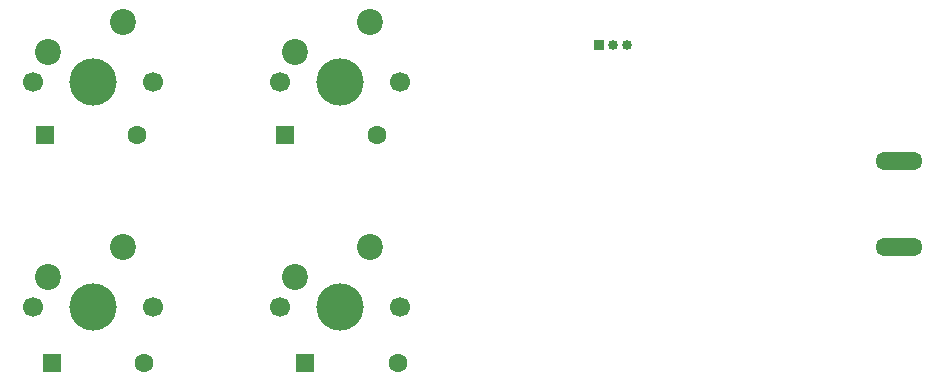
<source format=gbr>
%TF.GenerationSoftware,KiCad,Pcbnew,7.0.1*%
%TF.CreationDate,2023-04-28T17:46:53+02:00*%
%TF.ProjectId,4_switch_pcb,345f7377-6974-4636-985f-7063622e6b69,rev?*%
%TF.SameCoordinates,Original*%
%TF.FileFunction,Soldermask,Top*%
%TF.FilePolarity,Negative*%
%FSLAX46Y46*%
G04 Gerber Fmt 4.6, Leading zero omitted, Abs format (unit mm)*
G04 Created by KiCad (PCBNEW 7.0.1) date 2023-04-28 17:46:53*
%MOMM*%
%LPD*%
G01*
G04 APERTURE LIST*
%ADD10C,1.700000*%
%ADD11C,4.000000*%
%ADD12C,2.200000*%
%ADD13R,1.600000X1.600000*%
%ADD14C,1.600000*%
%ADD15O,4.000000X1.500000*%
%ADD16R,0.850000X0.850000*%
%ADD17O,0.850000X0.850000*%
G04 APERTURE END LIST*
D10*
%TO.C,SW5*%
X111918750Y-85725000D03*
D11*
X116998750Y-85725000D03*
D10*
X122078750Y-85725000D03*
D12*
X119538750Y-80645000D03*
X113188750Y-83185000D03*
%TD*%
D10*
%TO.C,SW3*%
X132873750Y-85725000D03*
D11*
X137953750Y-85725000D03*
D10*
X143033750Y-85725000D03*
D12*
X140493750Y-80645000D03*
X134143750Y-83185000D03*
%TD*%
D10*
%TO.C,SW4*%
X111918750Y-66675000D03*
D11*
X116998750Y-66675000D03*
D10*
X122078750Y-66675000D03*
D12*
X119538750Y-61595000D03*
X113188750Y-64135000D03*
%TD*%
D10*
%TO.C,SW2*%
X132873750Y-66675000D03*
D11*
X137953750Y-66675000D03*
D10*
X143033750Y-66675000D03*
D12*
X140493750Y-61595000D03*
X134143750Y-64135000D03*
%TD*%
D13*
%TO.C,D3*%
X113587500Y-90487500D03*
D14*
X121387500Y-90487500D03*
%TD*%
D13*
%TO.C,D2*%
X112940000Y-71120000D03*
D14*
X120740000Y-71120000D03*
%TD*%
D15*
%TO.C,J1*%
X185280000Y-73350000D03*
X185280000Y-80650000D03*
%TD*%
D13*
%TO.C,D4*%
X135018750Y-90487500D03*
D14*
X142818750Y-90487500D03*
%TD*%
D16*
%TO.C,J3*%
X159842000Y-63510000D03*
D17*
X161052000Y-63500000D03*
X162252000Y-63500000D03*
%TD*%
D13*
%TO.C,D1*%
X133260000Y-71120000D03*
D14*
X141060000Y-71120000D03*
%TD*%
M02*

</source>
